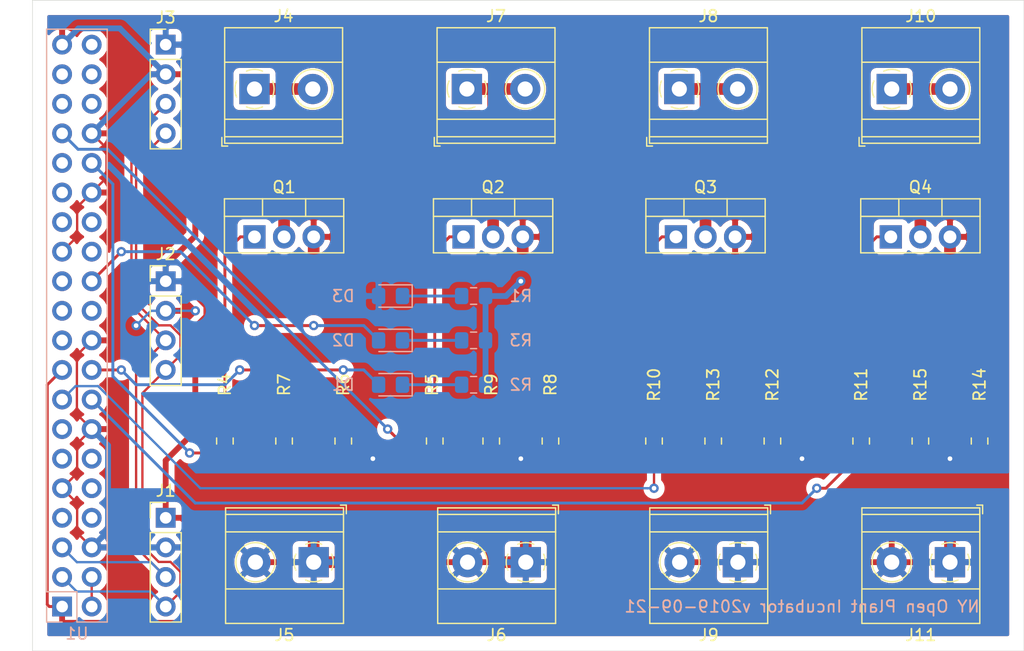
<source format=kicad_pcb>
(kicad_pcb (version 20171130) (host pcbnew 5.1.4+dfsg1-1)
  (layers (0 F.Cu signal) (31 B.Cu signal) (34 B.Paste user) (35 F.Paste user) (36 B.SilkS user) (37 F.SilkS user) (38 B.Mask user) (39 F.Mask user) (44 Edge.Cuts user))
  (net 0 "")
  (net 1 "Net-(D1-Pad2)")
  (net 2 "Net-(D1-Pad1)")
  (net 3 "Net-(D2-Pad2)")
  (net 4 "Net-(D2-Pad1)")
  (net 5 VCC3V3)
  (net 6 "Net-(D3-Pad1)")
  (net 7 GPIO2_I2C1_SDA)
  (net 8 GPIO2_I2C1_SCL)
  (net 9 GND)
  (net 10 "Net-(J4-Pad1)")
  (net 11 "Net-(J7-Pad1)")
  (net 12 "Net-(J8-Pad1)")
  (net 13 "Net-(J10-Pad1)")
  (net 14 "Net-(Q1-Pad1)")
  (net 15 "Net-(Q2-Pad1)")
  (net 16 "Net-(Q3-Pad1)")
  (net 17 "Net-(Q4-Pad1)")
  (net 18 GPIO12_PWM0)
  (net 19 GPIO22)
  (net 20 GPIO23)
  (net 21 GPIO13_PWM1)
  (net 22 VCC5V)
  (module Connector_PinHeader_2.54mm:PinHeader_2x20_P2.54mm_Vertical (layer B.Cu) (at 30.48 124.46)
    (fp_text reference U1 (at 1.27 2.33) (layer B.SilkS) (effects (justify mirror)))
    (fp_text value header_pi_zero_w)
    (pad 40 thru_hole oval (at 2.54 -48.26) (size 1.7 1.7) (drill 1) (layers *.Cu *.Mask))
    (pad 39 thru_hole oval (at 0 -48.26) (size 1.7 1.7) (drill 1) (layers *.Cu *.Mask) (net 9 GND))
    (pad 38 thru_hole oval (at 2.54 -45.72) (size 1.7 1.7) (drill 1) (layers *.Cu *.Mask))
    (pad 37 thru_hole oval (at 0 -45.72) (size 1.7 1.7) (drill 1) (layers *.Cu *.Mask))
    (pad 36 thru_hole oval (at 2.54 -43.18) (size 1.7 1.7) (drill 1) (layers *.Cu *.Mask))
    (pad 35 thru_hole oval (at 0 -43.18) (size 1.7 1.7) (drill 1) (layers *.Cu *.Mask))
    (pad 34 thru_hole oval (at 2.54 -40.64) (size 1.7 1.7) (drill 1) (layers *.Cu *.Mask) (net 9 GND))
    (pad 33 thru_hole oval (at 0 -40.64) (size 1.7 1.7) (drill 1) (layers *.Cu *.Mask) (net 21 GPIO13_PWM1))
    (pad 32 thru_hole oval (at 2.54 -38.1) (size 1.7 1.7) (drill 1) (layers *.Cu *.Mask) (net 18 GPIO12_PWM0))
    (pad 31 thru_hole oval (at 0 -38.1) (size 1.7 1.7) (drill 1) (layers *.Cu *.Mask))
    (pad 30 thru_hole oval (at 2.54 -35.56) (size 1.7 1.7) (drill 1) (layers *.Cu *.Mask) (net 9 GND))
    (pad 29 thru_hole oval (at 0 -35.56) (size 1.7 1.7) (drill 1) (layers *.Cu *.Mask))
    (pad 28 thru_hole oval (at 2.54 -33.02) (size 1.7 1.7) (drill 1) (layers *.Cu *.Mask))
    (pad 27 thru_hole oval (at 0 -33.02) (size 1.7 1.7) (drill 1) (layers *.Cu *.Mask))
    (pad 26 thru_hole oval (at 2.54 -30.48) (size 1.7 1.7) (drill 1) (layers *.Cu *.Mask))
    (pad 25 thru_hole oval (at 0 -30.48) (size 1.7 1.7) (drill 1) (layers *.Cu *.Mask) (net 9 GND))
    (pad 24 thru_hole oval (at 2.54 -27.94) (size 1.7 1.7) (drill 1) (layers *.Cu *.Mask) (net 3 "Net-(D2-Pad2)"))
    (pad 23 thru_hole oval (at 0 -27.94) (size 1.7 1.7) (drill 1) (layers *.Cu *.Mask))
    (pad 22 thru_hole oval (at 2.54 -25.4) (size 1.7 1.7) (drill 1) (layers *.Cu *.Mask))
    (pad 21 thru_hole oval (at 0 -25.4) (size 1.7 1.7) (drill 1) (layers *.Cu *.Mask))
    (pad 20 thru_hole oval (at 2.54 -22.86) (size 1.7 1.7) (drill 1) (layers *.Cu *.Mask) (net 9 GND))
    (pad 19 thru_hole oval (at 0 -22.86) (size 1.7 1.7) (drill 1) (layers *.Cu *.Mask))
    (pad 18 thru_hole oval (at 2.54 -20.32) (size 1.7 1.7) (drill 1) (layers *.Cu *.Mask) (net 1 "Net-(D1-Pad2)"))
    (pad 17 thru_hole oval (at 0 -20.32) (size 1.7 1.7) (drill 1) (layers *.Cu *.Mask) (net 5 VCC3V3))
    (pad 16 thru_hole oval (at 2.54 -17.78) (size 1.7 1.7) (drill 1) (layers *.Cu *.Mask) (net 20 GPIO23))
    (pad 15 thru_hole oval (at 0 -17.78) (size 1.7 1.7) (drill 1) (layers *.Cu *.Mask) (net 19 GPIO22))
    (pad 14 thru_hole oval (at 2.54 -15.24) (size 1.7 1.7) (drill 1) (layers *.Cu *.Mask) (net 9 GND))
    (pad 13 thru_hole oval (at 0 -15.24) (size 1.7 1.7) (drill 1) (layers *.Cu *.Mask))
    (pad 12 thru_hole oval (at 2.54 -12.7) (size 1.7 1.7) (drill 1) (layers *.Cu *.Mask))
    (pad 11 thru_hole oval (at 0 -12.7) (size 1.7 1.7) (drill 1) (layers *.Cu *.Mask))
    (pad 10 thru_hole oval (at 2.54 -10.16) (size 1.7 1.7) (drill 1) (layers *.Cu *.Mask))
    (pad 9 thru_hole oval (at 0 -10.16) (size 1.7 1.7) (drill 1) (layers *.Cu *.Mask) (net 9 GND))
    (pad 8 thru_hole oval (at 2.54 -7.62) (size 1.7 1.7) (drill 1) (layers *.Cu *.Mask))
    (pad 7 thru_hole oval (at 0 -7.62) (size 1.7 1.7) (drill 1) (layers *.Cu *.Mask))
    (pad 6 thru_hole oval (at 2.54 -5.08) (size 1.7 1.7) (drill 1) (layers *.Cu *.Mask) (net 9 GND))
    (pad 5 thru_hole oval (at 0 -5.08) (size 1.7 1.7) (drill 1) (layers *.Cu *.Mask) (net 8 GPIO2_I2C1_SCL))
    (pad 4 thru_hole oval (at 2.54 -2.54) (size 1.7 1.7) (drill 1) (layers *.Cu *.Mask) (net 22 VCC5V))
    (pad 3 thru_hole oval (at 0 -2.54) (size 1.7 1.7) (drill 1) (layers *.Cu *.Mask) (net 7 GPIO2_I2C1_SDA))
    (pad 2 thru_hole oval (at 2.54 0) (size 1.7 1.7) (drill 1) (layers *.Cu *.Mask) (net 22 VCC5V))
    (pad 1 thru_hole rect (at 0 0) (size 1.7 1.7) (drill 1) (layers *.Cu *.Mask) (net 5 VCC3V3))
  )
  (module Resistor_SMD:R_0805_2012Metric_Pad1.15x1.40mm_HandSolder (layer F.Cu) (at 104.14 110.245 270)
    (fp_text reference R15 (at -4.835 0 90) (layer F.SilkS))
    (fp_text value R_Small)
    (pad 2 smd roundrect (at 1.025 0 270) (size 1.15 1.4) (layers F.Cu F.Paste F.Mask) (roundrect_rratio 0.217391) (net 9 GND))
    (pad 1 smd roundrect (at -1.025 0 270) (size 1.15 1.4) (layers F.Cu F.Paste F.Mask) (roundrect_rratio 0.217391) (net 17 "Net-(Q4-Pad1)"))
  )
  (module Resistor_SMD:R_0805_2012Metric_Pad1.15x1.40mm_HandSolder (layer F.Cu) (at 109.22 110.245 90)
    (fp_text reference R14 (at 4.835 0 90) (layer F.SilkS))
    (fp_text value R_Small)
    (pad 2 smd roundrect (at 1.025 0 90) (size 1.15 1.4) (layers F.Cu F.Paste F.Mask) (roundrect_rratio 0.217391) (net 17 "Net-(Q4-Pad1)"))
    (pad 1 smd roundrect (at -1.025 0 90) (size 1.15 1.4) (layers F.Cu F.Paste F.Mask) (roundrect_rratio 0.217391) (net 5 VCC3V3))
  )
  (module Resistor_SMD:R_0805_2012Metric_Pad1.15x1.40mm_HandSolder (layer F.Cu) (at 86.36 110.245 270)
    (fp_text reference R13 (at -4.835 0 90) (layer F.SilkS))
    (fp_text value R_Small)
    (pad 2 smd roundrect (at 1.025 0 270) (size 1.15 1.4) (layers F.Cu F.Paste F.Mask) (roundrect_rratio 0.217391) (net 9 GND))
    (pad 1 smd roundrect (at -1.025 0 270) (size 1.15 1.4) (layers F.Cu F.Paste F.Mask) (roundrect_rratio 0.217391) (net 16 "Net-(Q3-Pad1)"))
  )
  (module Resistor_SMD:R_0805_2012Metric_Pad1.15x1.40mm_HandSolder (layer F.Cu) (at 91.44 110.245 90)
    (fp_text reference R12 (at 4.835 0 90) (layer F.SilkS))
    (fp_text value R_Small)
    (pad 2 smd roundrect (at 1.025 0 90) (size 1.15 1.4) (layers F.Cu F.Paste F.Mask) (roundrect_rratio 0.217391) (net 16 "Net-(Q3-Pad1)"))
    (pad 1 smd roundrect (at -1.025 0 90) (size 1.15 1.4) (layers F.Cu F.Paste F.Mask) (roundrect_rratio 0.217391) (net 5 VCC3V3))
  )
  (module Resistor_SMD:R_0805_2012Metric_Pad1.15x1.40mm_HandSolder (layer F.Cu) (at 99.06 110.245 270)
    (fp_text reference R11 (at -4.835 0 90) (layer F.SilkS))
    (fp_text value R_Small)
    (pad 2 smd roundrect (at 1.025 0 270) (size 1.15 1.4) (layers F.Cu F.Paste F.Mask) (roundrect_rratio 0.217391) (net 20 GPIO23))
    (pad 1 smd roundrect (at -1.025 0 270) (size 1.15 1.4) (layers F.Cu F.Paste F.Mask) (roundrect_rratio 0.217391) (net 17 "Net-(Q4-Pad1)"))
  )
  (module Resistor_SMD:R_0805_2012Metric_Pad1.15x1.40mm_HandSolder (layer F.Cu) (at 81.28 110.245 270)
    (fp_text reference R10 (at -4.835 0 90) (layer F.SilkS))
    (fp_text value R_Small)
    (pad 2 smd roundrect (at 1.025 0 270) (size 1.15 1.4) (layers F.Cu F.Paste F.Mask) (roundrect_rratio 0.217391) (net 19 GPIO22))
    (pad 1 smd roundrect (at -1.025 0 270) (size 1.15 1.4) (layers F.Cu F.Paste F.Mask) (roundrect_rratio 0.217391) (net 16 "Net-(Q3-Pad1)"))
  )
  (module Resistor_SMD:R_0805_2012Metric_Pad1.15x1.40mm_HandSolder (layer F.Cu) (at 67.31 110.245 270)
    (fp_text reference R9 (at -4.835 0 90) (layer F.SilkS))
    (fp_text value R_Small)
    (pad 2 smd roundrect (at 1.025 0 270) (size 1.15 1.4) (layers F.Cu F.Paste F.Mask) (roundrect_rratio 0.217391) (net 9 GND))
    (pad 1 smd roundrect (at -1.025 0 270) (size 1.15 1.4) (layers F.Cu F.Paste F.Mask) (roundrect_rratio 0.217391) (net 15 "Net-(Q2-Pad1)"))
  )
  (module Resistor_SMD:R_0805_2012Metric_Pad1.15x1.40mm_HandSolder (layer F.Cu) (at 72.39 110.245 90)
    (fp_text reference R8 (at 4.835 0 90) (layer F.SilkS))
    (fp_text value R_Small)
    (pad 2 smd roundrect (at 1.025 0 90) (size 1.15 1.4) (layers F.Cu F.Paste F.Mask) (roundrect_rratio 0.217391) (net 15 "Net-(Q2-Pad1)"))
    (pad 1 smd roundrect (at -1.025 0 90) (size 1.15 1.4) (layers F.Cu F.Paste F.Mask) (roundrect_rratio 0.217391) (net 5 VCC3V3))
  )
  (module Resistor_SMD:R_0805_2012Metric_Pad1.15x1.40mm_HandSolder (layer F.Cu) (at 49.53 110.245 270)
    (fp_text reference R7 (at -4.835 0 90) (layer F.SilkS))
    (fp_text value R_Small)
    (pad 2 smd roundrect (at 1.025 0 270) (size 1.15 1.4) (layers F.Cu F.Paste F.Mask) (roundrect_rratio 0.217391) (net 9 GND))
    (pad 1 smd roundrect (at -1.025 0 270) (size 1.15 1.4) (layers F.Cu F.Paste F.Mask) (roundrect_rratio 0.217391) (net 14 "Net-(Q1-Pad1)"))
  )
  (module Resistor_SMD:R_0805_2012Metric_Pad1.15x1.40mm_HandSolder (layer F.Cu) (at 54.61 110.245 90)
    (fp_text reference R6 (at 4.835 0 90) (layer F.SilkS))
    (fp_text value R_Small)
    (pad 2 smd roundrect (at 1.025 0 90) (size 1.15 1.4) (layers F.Cu F.Paste F.Mask) (roundrect_rratio 0.217391) (net 14 "Net-(Q1-Pad1)"))
    (pad 1 smd roundrect (at -1.025 0 90) (size 1.15 1.4) (layers F.Cu F.Paste F.Mask) (roundrect_rratio 0.217391) (net 5 VCC3V3))
  )
  (module Resistor_SMD:R_0805_2012Metric_Pad1.15x1.40mm_HandSolder (layer F.Cu) (at 62.460908 110.245 270)
    (fp_text reference R5 (at -4.835 0.230908 90) (layer F.SilkS))
    (fp_text value R_Small)
    (pad 2 smd roundrect (at 1.025 0 270) (size 1.15 1.4) (layers F.Cu F.Paste F.Mask) (roundrect_rratio 0.217391) (net 21 GPIO13_PWM1))
    (pad 1 smd roundrect (at -1.025 0 270) (size 1.15 1.4) (layers F.Cu F.Paste F.Mask) (roundrect_rratio 0.217391) (net 15 "Net-(Q2-Pad1)"))
  )
  (module Resistor_SMD:R_0805_2012Metric_Pad1.15x1.40mm_HandSolder (layer F.Cu) (at 44.45 110.245 270)
    (fp_text reference R4 (at -4.835 0 90) (layer F.SilkS))
    (fp_text value R_Small)
    (pad 2 smd roundrect (at 1.025 0 270) (size 1.15 1.4) (layers F.Cu F.Paste F.Mask) (roundrect_rratio 0.217391) (net 18 GPIO12_PWM0))
    (pad 1 smd roundrect (at -1.025 0 270) (size 1.15 1.4) (layers F.Cu F.Paste F.Mask) (roundrect_rratio 0.217391) (net 14 "Net-(Q1-Pad1)"))
  )
  (module Resistor_SMD:R_0805_2012Metric_Pad1.15x1.40mm_HandSolder (layer B.Cu) (at 65.795 101.6 180)
    (fp_text reference R3 (at -4.055 0) (layer B.SilkS) (effects (justify mirror)))
    (fp_text value R_Small)
    (pad 2 smd roundrect (at 1.025 0 180) (size 1.15 1.4) (layers B.Cu B.Paste B.Mask) (roundrect_rratio 0.217391) (net 4 "Net-(D2-Pad1)"))
    (pad 1 smd roundrect (at -1.025 0 180) (size 1.15 1.4) (layers B.Cu B.Paste B.Mask) (roundrect_rratio 0.217391) (net 9 GND))
  )
  (module Resistor_SMD:R_0805_2012Metric_Pad1.15x1.40mm_HandSolder (layer B.Cu) (at 65.795 105.41 180)
    (fp_text reference R2 (at -4.055 0) (layer B.SilkS) (effects (justify mirror)))
    (fp_text value R_Small)
    (pad 2 smd roundrect (at 1.025 0 180) (size 1.15 1.4) (layers B.Cu B.Paste B.Mask) (roundrect_rratio 0.217391) (net 2 "Net-(D1-Pad1)"))
    (pad 1 smd roundrect (at -1.025 0 180) (size 1.15 1.4) (layers B.Cu B.Paste B.Mask) (roundrect_rratio 0.217391) (net 9 GND))
  )
  (module Resistor_SMD:R_0805_2012Metric_Pad1.15x1.40mm_HandSolder (layer B.Cu) (at 65.795 97.79 180)
    (fp_text reference R1 (at -4.055 0) (layer B.SilkS) (effects (justify mirror)))
    (fp_text value R_Small)
    (pad 2 smd roundrect (at 1.025 0 180) (size 1.15 1.4) (layers B.Cu B.Paste B.Mask) (roundrect_rratio 0.217391) (net 6 "Net-(D3-Pad1)"))
    (pad 1 smd roundrect (at -1.025 0 180) (size 1.15 1.4) (layers B.Cu B.Paste B.Mask) (roundrect_rratio 0.217391) (net 9 GND))
  )
  (module Package_TO_SOT_THT:TO-220-3_Vertical (layer F.Cu) (at 101.6 92.71)
    (fp_text reference Q4 (at 2.54 -4.27) (layer F.SilkS))
    (fp_text value Q_NMOS_GDS)
    (pad 3 thru_hole oval (at 5.08 0) (size 1.905 2) (drill 1.1) (layers *.Cu *.Mask) (net 9 GND))
    (pad 2 thru_hole oval (at 2.54 0) (size 1.905 2) (drill 1.1) (layers *.Cu *.Mask) (net 13 "Net-(J10-Pad1)"))
    (pad 1 thru_hole rect (at 0 0) (size 1.905 2) (drill 1.1) (layers *.Cu *.Mask) (net 17 "Net-(Q4-Pad1)"))
  )
  (module Package_TO_SOT_THT:TO-220-3_Vertical (layer F.Cu) (at 83.16 92.71)
    (fp_text reference Q3 (at 2.54 -4.27) (layer F.SilkS))
    (fp_text value Q_NMOS_GDS)
    (pad 3 thru_hole oval (at 5.08 0) (size 1.905 2) (drill 1.1) (layers *.Cu *.Mask) (net 9 GND))
    (pad 2 thru_hole oval (at 2.54 0) (size 1.905 2) (drill 1.1) (layers *.Cu *.Mask) (net 12 "Net-(J8-Pad1)"))
    (pad 1 thru_hole rect (at 0 0) (size 1.905 2) (drill 1.1) (layers *.Cu *.Mask) (net 16 "Net-(Q3-Pad1)"))
  )
  (module Package_TO_SOT_THT:TO-220-3_Vertical (layer F.Cu) (at 64.93 92.71)
    (fp_text reference Q2 (at 2.54 -4.27) (layer F.SilkS))
    (fp_text value Q_NMOS_GDS)
    (pad 3 thru_hole oval (at 5.08 0) (size 1.905 2) (drill 1.1) (layers *.Cu *.Mask) (net 9 GND))
    (pad 2 thru_hole oval (at 2.54 0) (size 1.905 2) (drill 1.1) (layers *.Cu *.Mask) (net 11 "Net-(J7-Pad1)"))
    (pad 1 thru_hole rect (at 0 0) (size 1.905 2) (drill 1.1) (layers *.Cu *.Mask) (net 15 "Net-(Q2-Pad1)"))
  )
  (module Package_TO_SOT_THT:TO-220-3_Vertical (layer F.Cu) (at 46.99 92.71)
    (fp_text reference Q1 (at 2.54 -4.27) (layer F.SilkS))
    (fp_text value Q_NMOS_GDS)
    (pad 3 thru_hole oval (at 5.08 0) (size 1.905 2) (drill 1.1) (layers *.Cu *.Mask) (net 9 GND))
    (pad 2 thru_hole oval (at 2.54 0) (size 1.905 2) (drill 1.1) (layers *.Cu *.Mask) (net 10 "Net-(J4-Pad1)"))
    (pad 1 thru_hole rect (at 0 0) (size 1.905 2) (drill 1.1) (layers *.Cu *.Mask) (net 14 "Net-(Q1-Pad1)"))
  )
  (module TerminalBlock_Phoenix:TerminalBlock_Phoenix_MKDS-1,5-2_1x02_P5.00mm_Horizontal (layer F.Cu) (at 106.68 120.65 180)
    (fp_text reference J11 (at 2.5 -6.26) (layer F.SilkS))
    (fp_text value Conn_01x02)
    (pad 2 thru_hole circle (at 5 0 180) (size 2.6 2.6) (drill 1.3) (layers *.Cu *.Mask) (net 9 GND))
    (pad 1 thru_hole rect (at 0 0 180) (size 2.6 2.6) (drill 1.3) (layers *.Cu *.Mask) (net 9 GND))
  )
  (module TerminalBlock_Phoenix:TerminalBlock_Phoenix_MKDS-1,5-2_1x02_P5.00mm_Horizontal (layer F.Cu) (at 101.68 80.01)
    (fp_text reference J10 (at 2.5 -6.26) (layer F.SilkS))
    (fp_text value Conn_01x02)
    (pad 2 thru_hole circle (at 5 0) (size 2.6 2.6) (drill 1.3) (layers *.Cu *.Mask) (net 13 "Net-(J10-Pad1)"))
    (pad 1 thru_hole rect (at 0 0) (size 2.6 2.6) (drill 1.3) (layers *.Cu *.Mask) (net 13 "Net-(J10-Pad1)"))
  )
  (module TerminalBlock_Phoenix:TerminalBlock_Phoenix_MKDS-1,5-2_1x02_P5.00mm_Horizontal (layer F.Cu) (at 88.476666 120.65 180)
    (fp_text reference J9 (at 2.5 -6.26) (layer F.SilkS))
    (fp_text value Conn_01x02)
    (pad 2 thru_hole circle (at 5 0 180) (size 2.6 2.6) (drill 1.3) (layers *.Cu *.Mask) (net 9 GND))
    (pad 1 thru_hole rect (at 0 0 180) (size 2.6 2.6) (drill 1.3) (layers *.Cu *.Mask) (net 9 GND))
  )
  (module TerminalBlock_Phoenix:TerminalBlock_Phoenix_MKDS-1,5-2_1x02_P5.00mm_Horizontal (layer F.Cu) (at 83.45 80.01)
    (fp_text reference J8 (at 2.5 -6.26) (layer F.SilkS))
    (fp_text value Conn_01x02)
    (pad 2 thru_hole circle (at 5 0) (size 2.6 2.6) (drill 1.3) (layers *.Cu *.Mask) (net 12 "Net-(J8-Pad1)"))
    (pad 1 thru_hole rect (at 0 0) (size 2.6 2.6) (drill 1.3) (layers *.Cu *.Mask) (net 12 "Net-(J8-Pad1)"))
  )
  (module TerminalBlock_Phoenix:TerminalBlock_Phoenix_MKDS-1,5-2_1x02_P5.00mm_Horizontal (layer F.Cu) (at 65.22 80.01)
    (fp_text reference J7 (at 2.5 -6.26) (layer F.SilkS))
    (fp_text value Conn_01x02)
    (pad 2 thru_hole circle (at 5 0) (size 2.6 2.6) (drill 1.3) (layers *.Cu *.Mask) (net 11 "Net-(J7-Pad1)"))
    (pad 1 thru_hole rect (at 0 0) (size 2.6 2.6) (drill 1.3) (layers *.Cu *.Mask) (net 11 "Net-(J7-Pad1)"))
  )
  (module TerminalBlock_Phoenix:TerminalBlock_Phoenix_MKDS-1,5-2_1x02_P5.00mm_Horizontal (layer F.Cu) (at 70.273333 120.65 180)
    (fp_text reference J6 (at 2.5 -6.26) (layer F.SilkS))
    (fp_text value Conn_01x02)
    (pad 2 thru_hole circle (at 5 0 180) (size 2.6 2.6) (drill 1.3) (layers *.Cu *.Mask) (net 9 GND))
    (pad 1 thru_hole rect (at 0 0 180) (size 2.6 2.6) (drill 1.3) (layers *.Cu *.Mask) (net 9 GND))
  )
  (module TerminalBlock_Phoenix:TerminalBlock_Phoenix_MKDS-1,5-2_1x02_P5.00mm_Horizontal (layer F.Cu) (at 52.07 120.65 180)
    (fp_text reference J5 (at 2.5 -6.26) (layer F.SilkS))
    (fp_text value Conn_01x02)
    (pad 2 thru_hole circle (at 5 0 180) (size 2.6 2.6) (drill 1.3) (layers *.Cu *.Mask) (net 9 GND))
    (pad 1 thru_hole rect (at 0 0 180) (size 2.6 2.6) (drill 1.3) (layers *.Cu *.Mask) (net 9 GND))
  )
  (module TerminalBlock_Phoenix:TerminalBlock_Phoenix_MKDS-1,5-2_1x02_P5.00mm_Horizontal (layer F.Cu) (at 46.99 80.01)
    (fp_text reference J4 (at 2.5 -6.26) (layer F.SilkS))
    (fp_text value Conn_01x02)
    (pad 2 thru_hole circle (at 5 0) (size 2.6 2.6) (drill 1.3) (layers *.Cu *.Mask) (net 10 "Net-(J4-Pad1)"))
    (pad 1 thru_hole rect (at 0 0) (size 2.6 2.6) (drill 1.3) (layers *.Cu *.Mask) (net 10 "Net-(J4-Pad1)"))
  )
  (module Connector_PinHeader_2.54mm:PinHeader_1x04_P2.54mm_Vertical (layer F.Cu) (at 39.37 76.2)
    (fp_text reference J3 (at 0 -2.33) (layer F.SilkS))
    (fp_text value Conn_01x04)
    (pad 4 thru_hole oval (at 0 7.62) (size 1.7 1.7) (drill 1) (layers *.Cu *.Mask) (net 7 GPIO2_I2C1_SDA))
    (pad 3 thru_hole oval (at 0 5.08) (size 1.7 1.7) (drill 1) (layers *.Cu *.Mask) (net 8 GPIO2_I2C1_SCL))
    (pad 2 thru_hole oval (at 0 2.54) (size 1.7 1.7) (drill 1) (layers *.Cu *.Mask) (net 9 GND))
    (pad 1 thru_hole rect (at 0 0) (size 1.7 1.7) (drill 1) (layers *.Cu *.Mask) (net 5 VCC3V3))
  )
  (module Connector_PinHeader_2.54mm:PinHeader_1x04_P2.54mm_Vertical (layer F.Cu) (at 39.37 96.52)
    (fp_text reference J2 (at 0 -2.33) (layer F.SilkS))
    (fp_text value Conn_01x04)
    (pad 4 thru_hole oval (at 0 7.62) (size 1.7 1.7) (drill 1) (layers *.Cu *.Mask) (net 7 GPIO2_I2C1_SDA))
    (pad 3 thru_hole oval (at 0 5.08) (size 1.7 1.7) (drill 1) (layers *.Cu *.Mask) (net 8 GPIO2_I2C1_SCL))
    (pad 2 thru_hole oval (at 0 2.54) (size 1.7 1.7) (drill 1) (layers *.Cu *.Mask) (net 9 GND))
    (pad 1 thru_hole rect (at 0 0) (size 1.7 1.7) (drill 1) (layers *.Cu *.Mask) (net 5 VCC3V3))
  )
  (module Connector_PinHeader_2.54mm:PinHeader_1x04_P2.54mm_Vertical (layer F.Cu) (at 39.37 116.84)
    (fp_text reference J1 (at 0 -2.33) (layer F.SilkS))
    (fp_text value Conn_01x04)
    (pad 4 thru_hole oval (at 0 7.62) (size 1.7 1.7) (drill 1) (layers *.Cu *.Mask) (net 7 GPIO2_I2C1_SDA))
    (pad 3 thru_hole oval (at 0 5.08) (size 1.7 1.7) (drill 1) (layers *.Cu *.Mask) (net 8 GPIO2_I2C1_SCL))
    (pad 2 thru_hole oval (at 0 2.54) (size 1.7 1.7) (drill 1) (layers *.Cu *.Mask) (net 9 GND))
    (pad 1 thru_hole rect (at 0 0) (size 1.7 1.7) (drill 1) (layers *.Cu *.Mask) (net 5 VCC3V3))
  )
  (module Diode_SMD:D_0805_2012Metric_Pad1.15x1.40mm_HandSolder (layer B.Cu) (at 58.665 97.79 180)
    (fp_text reference D3 (at 4.055 0) (layer B.SilkS) (effects (justify mirror)))
    (fp_text value LED)
    (pad 2 smd roundrect (at 1.025 0 180) (size 1.15 1.4) (layers B.Cu B.Paste B.Mask) (roundrect_rratio 0.217391) (net 5 VCC3V3))
    (pad 1 smd roundrect (at -1.025 0 180) (size 1.15 1.4) (layers B.Cu B.Paste B.Mask) (roundrect_rratio 0.217391) (net 6 "Net-(D3-Pad1)"))
  )
  (module Diode_SMD:D_0805_2012Metric_Pad1.15x1.40mm_HandSolder (layer B.Cu) (at 58.665 101.6 180)
    (fp_text reference D2 (at 4.055 0) (layer B.SilkS) (effects (justify mirror)))
    (fp_text value LED)
    (pad 2 smd roundrect (at 1.025 0 180) (size 1.15 1.4) (layers B.Cu B.Paste B.Mask) (roundrect_rratio 0.217391) (net 3 "Net-(D2-Pad2)"))
    (pad 1 smd roundrect (at -1.025 0 180) (size 1.15 1.4) (layers B.Cu B.Paste B.Mask) (roundrect_rratio 0.217391) (net 4 "Net-(D2-Pad1)"))
  )
  (module Diode_SMD:D_0805_2012Metric_Pad1.15x1.40mm_HandSolder (layer B.Cu) (at 58.665 105.41 180)
    (fp_text reference D1 (at 4.055 0) (layer B.SilkS) (effects (justify mirror)))
    (fp_text value LED)
    (pad 2 smd roundrect (at 1.025 0 180) (size 1.15 1.4) (layers B.Cu B.Paste B.Mask) (roundrect_rratio 0.217391) (net 1 "Net-(D1-Pad2)"))
    (pad 1 smd roundrect (at -1.025 0 180) (size 1.15 1.4) (layers B.Cu B.Paste B.Mask) (roundrect_rratio 0.217391) (net 2 "Net-(D1-Pad1)"))
  )
  (gr_text "NY Open Plant Incubator v2019-09-21" (at 93.98 124.46) (layer B.SilkS) (effects (font (size 1 1)) (justify mirror)))
  (gr_line (start 27.94 128.27) (end 27.94 72.39) (layer Edge.Cuts) (width 0.05))
  (gr_line (start 113.03 128.27) (end 27.94 128.27) (layer Edge.Cuts) (width 0.05))
  (gr_line (start 113.03 72.39) (end 113.03 128.27) (layer Edge.Cuts) (width 0.05))
  (gr_line (start 27.94 72.39) (end 113.03 72.39) (layer Edge.Cuts) (width 0.05))
  (segment (start 33.02 104.14) (end 35.56 104.14) (width 0.25) (layer F.Cu) (net 1))
  (via (at 35.56 104.14) (size 0.8) (drill 0.4) (layers F.Cu B.Cu) (net 1))
  (via (at 54.61 104.140004) (size 0.8) (drill 0.4) (layers F.Cu B.Cu) (net 1))
  (segment (start 55.175685 104.140004) (end 54.61 104.140004) (width 0.25) (layer B.Cu) (net 1))
  (segment (start 56.370004 104.140004) (end 55.175685 104.140004) (width 0.25) (layer B.Cu) (net 1))
  (segment (start 57.64 105.41) (end 56.370004 104.140004) (width 0.25) (layer B.Cu) (net 1))
  (segment (start 44.450014 105.409986) (end 45.320001 104.539999) (width 0.25) (layer B.Cu) (net 1))
  (segment (start 36.829986 105.409986) (end 44.450014 105.409986) (width 0.25) (layer B.Cu) (net 1))
  (segment (start 45.720004 104.140004) (end 45.72 104.14) (width 0.25) (layer F.Cu) (net 1))
  (segment (start 54.61 104.140004) (end 45.720004 104.140004) (width 0.25) (layer F.Cu) (net 1))
  (segment (start 45.320001 104.539999) (end 45.72 104.14) (width 0.25) (layer B.Cu) (net 1))
  (segment (start 35.56 104.14) (end 36.829986 105.409986) (width 0.25) (layer B.Cu) (net 1))
  (via (at 45.72 104.14) (size 0.8) (drill 0.4) (layers F.Cu B.Cu) (net 1))
  (segment (start 59.69 105.41) (end 64.77 105.41) (width 0.25) (layer B.Cu) (net 2))
  (via (at 46.99 100.33) (size 0.8) (drill 0.4) (layers F.Cu B.Cu) (net 3))
  (segment (start 47.555685 100.33) (end 52.07 100.33) (width 0.25) (layer F.Cu) (net 3))
  (segment (start 46.99 100.33) (end 47.555685 100.33) (width 0.25) (layer F.Cu) (net 3))
  (segment (start 56.37 100.33) (end 52.635685 100.33) (width 0.25) (layer B.Cu) (net 3))
  (segment (start 57.64 101.6) (end 56.37 100.33) (width 0.25) (layer B.Cu) (net 3))
  (segment (start 52.635685 100.33) (end 52.07 100.33) (width 0.25) (layer B.Cu) (net 3))
  (via (at 52.07 100.33) (size 0.8) (drill 0.4) (layers F.Cu B.Cu) (net 3))
  (via (at 35.559992 93.98) (size 0.8) (drill 0.4) (layers F.Cu B.Cu) (net 3))
  (segment (start 40.64 93.98) (end 36.125677 93.98) (width 0.25) (layer B.Cu) (net 3))
  (segment (start 36.125677 93.98) (end 35.559992 93.98) (width 0.25) (layer B.Cu) (net 3))
  (segment (start 46.99 100.33) (end 40.64 93.98) (width 0.25) (layer B.Cu) (net 3))
  (segment (start 35.559992 93.980008) (end 35.559992 93.98) (width 0.25) (layer F.Cu) (net 3))
  (segment (start 33.02 96.52) (end 35.559992 93.980008) (width 0.25) (layer F.Cu) (net 3))
  (segment (start 64.77 101.6) (end 59.69 101.6) (width 0.25) (layer B.Cu) (net 4))
  (segment (start 57.64 96.10763) (end 57.15 95.61763) (width 0.5) (layer B.Cu) (net 5))
  (segment (start 57.64 97.79) (end 57.64 96.10763) (width 0.5) (layer B.Cu) (net 5))
  (segment (start 57.15 95.61763) (end 57.15 77.47) (width 0.5) (layer B.Cu) (net 5))
  (segment (start 55.88 76.2) (end 39.37 76.2) (width 0.5) (layer B.Cu) (net 5))
  (segment (start 57.15 77.47) (end 55.88 76.2) (width 0.5) (layer B.Cu) (net 5))
  (segment (start 40.72 76.2) (end 41.91 77.39) (width 0.5) (layer F.Cu) (net 5))
  (segment (start 39.37 76.2) (end 40.72 76.2) (width 0.5) (layer F.Cu) (net 5))
  (segment (start 39.37 95.17) (end 39.37 96.52) (width 0.5) (layer F.Cu) (net 5))
  (segment (start 41.91 92.63) (end 39.37 95.17) (width 0.5) (layer F.Cu) (net 5))
  (segment (start 41.91 77.39) (end 41.91 92.63) (width 0.5) (layer F.Cu) (net 5))
  (segment (start 29.630001 104.989999) (end 30.48 104.14) (width 0.25) (layer F.Cu) (net 5))
  (segment (start 29.204999 105.415001) (end 29.630001 104.989999) (width 0.25) (layer F.Cu) (net 5))
  (segment (start 29.204999 124.284999) (end 29.204999 105.415001) (width 0.25) (layer F.Cu) (net 5))
  (segment (start 29.38 124.46) (end 29.204999 124.284999) (width 0.25) (layer F.Cu) (net 5))
  (segment (start 30.48 124.46) (end 29.38 124.46) (width 0.25) (layer F.Cu) (net 5))
  (segment (start 40.72 96.52) (end 42.860001 98.660001) (width 0.5) (layer F.Cu) (net 5))
  (segment (start 39.37 96.52) (end 40.72 96.52) (width 0.5) (layer F.Cu) (net 5))
  (segment (start 42.860001 98.660001) (end 42.860001 99.516001) (width 0.5) (layer F.Cu) (net 5))
  (segment (start 42.860001 99.516001) (end 41.91 100.466002) (width 0.5) (layer F.Cu) (net 5))
  (segment (start 39.37 115.49) (end 39.37 116.84) (width 0.5) (layer F.Cu) (net 5))
  (segment (start 39.37 111.914002) (end 39.37 115.49) (width 0.5) (layer F.Cu) (net 5))
  (segment (start 41.91 109.374002) (end 39.37 111.914002) (width 0.5) (layer F.Cu) (net 5))
  (segment (start 41.91 100.466002) (end 41.91 109.374002) (width 0.5) (layer F.Cu) (net 5))
  (segment (start 30.530001 125.860001) (end 41.779999 125.860001) (width 0.5) (layer F.Cu) (net 5))
  (segment (start 30.48 124.46) (end 30.48 125.81) (width 0.5) (layer F.Cu) (net 5))
  (segment (start 30.48 125.81) (end 30.530001 125.860001) (width 0.5) (layer F.Cu) (net 5))
  (segment (start 41.779999 117.899999) (end 40.72 116.84) (width 0.5) (layer F.Cu) (net 5))
  (segment (start 40.72 116.84) (end 39.37 116.84) (width 0.5) (layer F.Cu) (net 5))
  (segment (start 41.779999 125.860001) (end 41.779999 117.899999) (width 0.5) (layer F.Cu) (net 5))
  (segment (start 91.44 111.27) (end 93.49 111.27) (width 0.5) (layer F.Cu) (net 5))
  (via (at 93.98 111.76) (size 0.8) (drill 0.4) (layers F.Cu B.Cu) (net 5))
  (segment (start 93.49 111.27) (end 93.580001 111.360001) (width 0.5) (layer F.Cu) (net 5))
  (segment (start 93.580001 111.360001) (end 93.98 111.76) (width 0.5) (layer F.Cu) (net 5))
  (segment (start 93.98 111.76) (end 106.67999 111.76) (width 0.5) (layer B.Cu) (net 5))
  (segment (start 106.67999 111.76) (end 106.68 111.76001) (width 0.5) (layer B.Cu) (net 5))
  (via (at 106.68 111.76001) (size 0.8) (drill 0.4) (layers F.Cu B.Cu) (net 5))
  (segment (start 109.22 111.27) (end 107.17001 111.27) (width 0.5) (layer F.Cu) (net 5))
  (segment (start 107.079999 111.360011) (end 106.68 111.76001) (width 0.5) (layer F.Cu) (net 5))
  (segment (start 107.17001 111.27) (end 107.079999 111.360011) (width 0.5) (layer F.Cu) (net 5))
  (segment (start 70.249999 112.159977) (end 69.85 111.759978) (width 0.5) (layer B.Cu) (net 5))
  (segment (start 39.37 76.2) (end 73.66 76.2) (width 0.5) (layer B.Cu) (net 5))
  (segment (start 74.93 77.47) (end 74.93 107.950002) (width 0.5) (layer B.Cu) (net 5))
  (via (at 69.85 111.759978) (size 0.8) (drill 0.4) (layers F.Cu B.Cu) (net 5))
  (segment (start 70.249999 111.359979) (end 69.85 111.759978) (width 0.5) (layer F.Cu) (net 5))
  (segment (start 72.39 111.27) (end 70.339978 111.27) (width 0.5) (layer F.Cu) (net 5))
  (segment (start 70.339978 111.27) (end 70.249999 111.359979) (width 0.5) (layer F.Cu) (net 5))
  (segment (start 70.249999 112.630003) (end 70.249999 112.159977) (width 0.5) (layer B.Cu) (net 5))
  (segment (start 73.66 76.2) (end 74.93 77.47) (width 0.5) (layer B.Cu) (net 5))
  (segment (start 74.93 107.950002) (end 70.249999 112.630003) (width 0.5) (layer B.Cu) (net 5))
  (segment (start 70.249999 111.995002) (end 70.249999 112.630003) (width 0.5) (layer B.Cu) (net 5))
  (segment (start 93.98 111.76) (end 70.485001 111.76) (width 0.5) (layer B.Cu) (net 5))
  (segment (start 70.485001 111.76) (end 70.249999 111.995002) (width 0.5) (layer B.Cu) (net 5))
  (segment (start 57.150022 111.759978) (end 57.15 111.76) (width 0.5) (layer B.Cu) (net 5))
  (segment (start 69.85 111.759978) (end 57.150022 111.759978) (width 0.5) (layer B.Cu) (net 5))
  (segment (start 56.750001 111.360001) (end 57.15 111.76) (width 0.5) (layer F.Cu) (net 5))
  (segment (start 56.66 111.27) (end 56.750001 111.360001) (width 0.5) (layer F.Cu) (net 5))
  (via (at 57.15 111.76) (size 0.8) (drill 0.4) (layers F.Cu B.Cu) (net 5))
  (segment (start 54.61 111.27) (end 56.66 111.27) (width 0.5) (layer F.Cu) (net 5))
  (segment (start 59.69 97.79) (end 64.77 97.79) (width 0.25) (layer B.Cu) (net 6))
  (segment (start 31.329999 122.769999) (end 30.48 121.92) (width 0.2) (layer B.Cu) (net 7))
  (segment (start 31.730001 123.170001) (end 31.329999 122.769999) (width 0.2) (layer B.Cu) (net 7))
  (segment (start 38.080001 123.170001) (end 31.730001 123.170001) (width 0.2) (layer B.Cu) (net 7))
  (segment (start 39.37 124.46) (end 38.080001 123.170001) (width 0.2) (layer B.Cu) (net 7))
  (segment (start 39.37 124.46) (end 40.64 123.19) (width 0.2) (layer F.Cu) (net 7))
  (segment (start 38.520001 104.989999) (end 39.37 104.14) (width 0.2) (layer F.Cu) (net 7))
  (segment (start 37.36999 119.229992) (end 37.36999 106.14001) (width 0.2) (layer F.Cu) (net 7))
  (segment (start 38.769999 120.630001) (end 37.36999 119.229992) (width 0.2) (layer F.Cu) (net 7))
  (segment (start 37.36999 106.14001) (end 38.520001 104.989999) (width 0.2) (layer F.Cu) (net 7))
  (segment (start 39.782003 120.630001) (end 38.769999 120.630001) (width 0.2) (layer F.Cu) (net 7))
  (segment (start 40.64 121.487998) (end 39.782003 120.630001) (width 0.2) (layer F.Cu) (net 7))
  (segment (start 40.64 123.19) (end 40.64 121.487998) (width 0.2) (layer F.Cu) (net 7))
  (segment (start 36.83 86.36) (end 39.37 83.82) (width 0.2) (layer F.Cu) (net 7))
  (segment (start 36.83 98.370002) (end 36.83 86.36) (width 0.2) (layer F.Cu) (net 7))
  (segment (start 40.64 102.87) (end 40.64 101.167998) (width 0.2) (layer F.Cu) (net 7))
  (segment (start 39.37 104.14) (end 40.64 102.87) (width 0.2) (layer F.Cu) (net 7))
  (segment (start 40.64 101.167998) (end 39.782003 100.310001) (width 0.2) (layer F.Cu) (net 7))
  (segment (start 38.769999 100.310001) (end 36.83 98.370002) (width 0.2) (layer F.Cu) (net 7))
  (segment (start 39.782003 100.310001) (end 38.769999 100.310001) (width 0.2) (layer F.Cu) (net 7))
  (segment (start 31.75 120.65) (end 31.329999 120.229999) (width 0.2) (layer B.Cu) (net 8))
  (segment (start 38.1 120.65) (end 31.75 120.65) (width 0.2) (layer B.Cu) (net 8))
  (segment (start 31.329999 120.229999) (end 30.48 119.38) (width 0.2) (layer B.Cu) (net 8))
  (segment (start 39.37 121.92) (end 38.1 120.65) (width 0.2) (layer B.Cu) (net 8))
  (segment (start 38.520001 102.449999) (end 39.37 101.6) (width 0.2) (layer F.Cu) (net 8))
  (segment (start 36.83 104.14) (end 38.520001 102.449999) (width 0.2) (layer F.Cu) (net 8))
  (segment (start 36.83 119.38) (end 36.83 104.14) (width 0.2) (layer F.Cu) (net 8))
  (segment (start 39.37 121.92) (end 36.83 119.38) (width 0.2) (layer F.Cu) (net 8))
  (segment (start 36.429989 84.220011) (end 38.520001 82.129999) (width 0.2) (layer F.Cu) (net 8))
  (segment (start 38.520001 82.129999) (end 39.37 81.28) (width 0.2) (layer F.Cu) (net 8))
  (segment (start 39.37 101.6) (end 36.429989 98.659989) (width 0.2) (layer F.Cu) (net 8))
  (segment (start 36.429989 98.659989) (end 36.429989 84.220011) (width 0.2) (layer F.Cu) (net 8))
  (segment (start 38.1 78.74) (end 33.02 83.82) (width 0.5) (layer B.Cu) (net 9))
  (segment (start 39.37 78.74) (end 38.1 78.74) (width 0.5) (layer B.Cu) (net 9))
  (segment (start 38.520001 77.890001) (end 39.37 78.74) (width 0.5) (layer B.Cu) (net 9))
  (segment (start 35.429999 74.799999) (end 38.520001 77.890001) (width 0.5) (layer B.Cu) (net 9))
  (segment (start 31.880001 74.799999) (end 35.429999 74.799999) (width 0.5) (layer B.Cu) (net 9))
  (segment (start 30.48 76.2) (end 31.880001 74.799999) (width 0.5) (layer B.Cu) (net 9))
  (segment (start 33.02 119.38) (end 39.37 119.38) (width 0.5) (layer B.Cu) (net 9))
  (segment (start 47.07 120.65) (end 52.07 120.65) (width 0.5) (layer F.Cu) (net 9))
  (segment (start 52.07 120.65) (end 65.273333 120.65) (width 0.5) (layer F.Cu) (net 9))
  (segment (start 65.273333 120.65) (end 70.273333 120.65) (width 0.5) (layer F.Cu) (net 9))
  (segment (start 88.476666 120.65) (end 101.68 120.65) (width 0.5) (layer F.Cu) (net 9))
  (segment (start 101.68 120.65) (end 106.68 120.65) (width 0.5) (layer F.Cu) (net 9))
  (segment (start 101.68 113.73) (end 104.14 111.27) (width 0.5) (layer F.Cu) (net 9))
  (segment (start 101.68 120.65) (end 101.68 113.73) (width 0.5) (layer F.Cu) (net 9))
  (segment (start 83.476666 120.65) (end 88.476666 120.65) (width 0.5) (layer F.Cu) (net 9))
  (segment (start 86.36 111.945) (end 86.36 111.27) (width 0.5) (layer F.Cu) (net 9))
  (segment (start 86.36 117.766666) (end 86.36 111.945) (width 0.5) (layer F.Cu) (net 9))
  (segment (start 83.476666 120.65) (end 86.36 117.766666) (width 0.5) (layer F.Cu) (net 9))
  (segment (start 70.273333 118.35) (end 76.2 112.423333) (width 1) (layer F.Cu) (net 9))
  (segment (start 70.273333 120.65) (end 70.273333 118.35) (width 1) (layer F.Cu) (net 9))
  (segment (start 70.01 94.71) (end 70.01 92.71) (width 1) (layer F.Cu) (net 9))
  (segment (start 76.2 100.9) (end 70.01 94.71) (width 1) (layer F.Cu) (net 9))
  (segment (start 76.2 112.423333) (end 76.2 100.9) (width 1) (layer F.Cu) (net 9))
  (segment (start 67.31 119.986667) (end 67.973333 120.65) (width 1) (layer F.Cu) (net 9))
  (segment (start 67.973333 120.65) (end 70.273333 120.65) (width 1) (layer F.Cu) (net 9))
  (segment (start 67.31 111.27) (end 67.31 119.986667) (width 1) (layer F.Cu) (net 9))
  (segment (start 52.07 113.81) (end 52.07 120.65) (width 1) (layer F.Cu) (net 9))
  (segment (start 49.53 111.27) (end 52.07 113.81) (width 1) (layer F.Cu) (net 9))
  (via (at 36.83 100.33) (size 0.8) (drill 0.4) (layers F.Cu B.Cu) (net 9))
  (segment (start 33.02 101.6) (end 35.56 101.6) (width 0.2) (layer F.Cu) (net 9))
  (segment (start 35.56 101.6) (end 36.83 100.33) (width 0.2) (layer F.Cu) (net 9))
  (segment (start 41.344315 99.06) (end 41.91 99.06) (width 0.2) (layer B.Cu) (net 9))
  (segment (start 36.83 100.33) (end 38.1 99.06) (width 0.2) (layer B.Cu) (net 9))
  (via (at 41.91 99.06) (size 0.8) (drill 0.4) (layers F.Cu B.Cu) (net 9))
  (segment (start 39.37 99.06) (end 41.91 99.06) (width 0.2) (layer F.Cu) (net 9))
  (segment (start 38.1 99.06) (end 41.344315 99.06) (width 0.2) (layer B.Cu) (net 9))
  (segment (start 31.329999 113.450001) (end 30.48 114.3) (width 0.2) (layer F.Cu) (net 9))
  (segment (start 31.769999 113.010001) (end 31.329999 113.450001) (width 0.2) (layer F.Cu) (net 9))
  (segment (start 31.769999 110.470001) (end 31.769999 113.010001) (width 0.2) (layer F.Cu) (net 9))
  (segment (start 33.02 109.22) (end 31.769999 110.470001) (width 0.2) (layer F.Cu) (net 9))
  (segment (start 32.170001 118.530001) (end 33.02 119.38) (width 0.2) (layer F.Cu) (net 9))
  (segment (start 31.769999 118.129999) (end 32.170001 118.530001) (width 0.2) (layer F.Cu) (net 9))
  (segment (start 31.769999 115.589999) (end 31.769999 118.129999) (width 0.2) (layer F.Cu) (net 9))
  (segment (start 30.48 114.3) (end 31.769999 115.589999) (width 0.2) (layer F.Cu) (net 9))
  (segment (start 45.8 119.38) (end 47.07 120.65) (width 0.5) (layer B.Cu) (net 9))
  (segment (start 39.37 119.38) (end 45.8 119.38) (width 0.5) (layer B.Cu) (net 9))
  (segment (start 34.420001 117.979999) (end 33.869999 118.530001) (width 0.5) (layer B.Cu) (net 9))
  (segment (start 34.420001 110.620001) (end 34.420001 117.979999) (width 0.5) (layer B.Cu) (net 9))
  (segment (start 33.869999 118.530001) (end 33.02 119.38) (width 0.5) (layer B.Cu) (net 9))
  (segment (start 33.02 109.22) (end 34.420001 110.620001) (width 0.5) (layer B.Cu) (net 9))
  (segment (start 66.82 97.79) (end 66.82 101.6) (width 0.5) (layer B.Cu) (net 9))
  (segment (start 66.82 101.6) (end 66.82 105.41) (width 0.5) (layer B.Cu) (net 9))
  (via (at 69.85 96.52) (size 0.8) (drill 0.4) (layers F.Cu B.Cu) (net 9))
  (segment (start 66.82 97.79) (end 68.58 97.79) (width 0.5) (layer B.Cu) (net 9))
  (segment (start 68.58 97.79) (end 69.85 96.52) (width 0.5) (layer B.Cu) (net 9))
  (segment (start 69.85 92.87) (end 70.01 92.71) (width 0.5) (layer F.Cu) (net 9))
  (segment (start 69.85 96.52) (end 69.85 92.87) (width 0.5) (layer F.Cu) (net 9))
  (segment (start 58.350002 116.669998) (end 58.350002 111.183998) (width 1) (layer F.Cu) (net 9))
  (segment (start 56.11001 98.75001) (end 52.07 94.71) (width 1) (layer F.Cu) (net 9))
  (segment (start 58.350002 111.183998) (end 56.11001 108.944006) (width 1) (layer F.Cu) (net 9))
  (segment (start 52.07 120.65) (end 54.37 120.65) (width 1) (layer F.Cu) (net 9))
  (segment (start 56.11001 108.944006) (end 56.11001 98.75001) (width 1) (layer F.Cu) (net 9))
  (segment (start 54.37 120.65) (end 58.350002 116.669998) (width 1) (layer F.Cu) (net 9))
  (segment (start 52.07 94.71) (end 52.07 92.71) (width 1) (layer F.Cu) (net 9))
  (segment (start 110.49 114.54) (end 106.68 118.35) (width 1) (layer F.Cu) (net 9))
  (segment (start 110.72001 108.460068) (end 110.72001 109.979932) (width 1) (layer F.Cu) (net 9))
  (segment (start 110.49 110.209942) (end 110.49 110.280058) (width 1) (layer F.Cu) (net 9))
  (segment (start 106.68 92.71) (end 106.68 94.71) (width 1) (layer F.Cu) (net 9))
  (segment (start 110.72001 109.979932) (end 110.49 110.209942) (width 1) (layer F.Cu) (net 9))
  (segment (start 110.49 108.230058) (end 110.72001 108.460068) (width 1) (layer F.Cu) (net 9))
  (segment (start 110.49 98.52) (end 110.49 108.230058) (width 1) (layer F.Cu) (net 9))
  (segment (start 106.68 94.71) (end 110.49 98.52) (width 1) (layer F.Cu) (net 9))
  (segment (start 110.72001 112.029932) (end 110.49 112.259942) (width 1) (layer F.Cu) (net 9))
  (segment (start 106.68 118.35) (end 106.68 120.65) (width 1) (layer F.Cu) (net 9))
  (segment (start 110.49 110.280058) (end 110.72001 110.510068) (width 1) (layer F.Cu) (net 9))
  (segment (start 110.72001 110.510068) (end 110.72001 112.029932) (width 1) (layer F.Cu) (net 9))
  (segment (start 110.49 112.259942) (end 110.49 114.54) (width 1) (layer F.Cu) (net 9))
  (segment (start 31.769999 90.150001) (end 32.170001 89.749999) (width 0.2) (layer F.Cu) (net 9))
  (segment (start 31.769999 92.690001) (end 31.769999 90.150001) (width 0.2) (layer F.Cu) (net 9))
  (segment (start 32.170001 89.749999) (end 33.02 88.9) (width 0.2) (layer F.Cu) (net 9))
  (segment (start 30.48 93.98) (end 31.769999 92.690001) (width 0.2) (layer F.Cu) (net 9))
  (segment (start 34.29 85.09) (end 33.869999 84.669999) (width 0.2) (layer F.Cu) (net 9))
  (segment (start 33.869999 84.669999) (end 33.02 83.82) (width 0.2) (layer F.Cu) (net 9))
  (segment (start 34.29 87.63) (end 34.29 85.09) (width 0.2) (layer F.Cu) (net 9))
  (segment (start 33.02 88.9) (end 34.29 87.63) (width 0.2) (layer F.Cu) (net 9))
  (segment (start 31.75 107.95) (end 32.170001 108.370001) (width 0.2) (layer F.Cu) (net 9))
  (segment (start 32.170001 108.370001) (end 33.02 109.22) (width 0.2) (layer F.Cu) (net 9))
  (segment (start 31.75 102.87) (end 31.75 107.95) (width 0.2) (layer F.Cu) (net 9))
  (segment (start 33.02 101.6) (end 31.75 102.87) (width 0.2) (layer F.Cu) (net 9))
  (segment (start 49.29 80.01) (end 46.99 80.01) (width 1) (layer F.Cu) (net 10))
  (segment (start 49.53 80.25) (end 49.29 80.01) (width 1) (layer F.Cu) (net 10))
  (segment (start 49.53 92.71) (end 49.53 80.25) (width 1) (layer F.Cu) (net 10))
  (segment (start 46.99 80.01) (end 51.99 80.01) (width 1) (layer F.Cu) (net 10))
  (segment (start 70.22 80.01) (end 65.22 80.01) (width 1) (layer F.Cu) (net 11))
  (segment (start 67.31 80.01) (end 65.22 80.01) (width 1) (layer F.Cu) (net 11))
  (segment (start 67.47 92.71) (end 67.47 80.17) (width 1) (layer F.Cu) (net 11))
  (segment (start 67.47 80.17) (end 67.31 80.01) (width 1) (layer F.Cu) (net 11))
  (segment (start 88.45 80.01) (end 83.45 80.01) (width 1) (layer F.Cu) (net 12))
  (segment (start 85.7 80.01) (end 83.45 80.01) (width 1) (layer F.Cu) (net 12))
  (segment (start 85.7 92.71) (end 85.7 80.01) (width 1) (layer F.Cu) (net 12))
  (segment (start 101.68 80.01) (end 106.68 80.01) (width 1) (layer F.Cu) (net 13))
  (segment (start 104.14 90.71) (end 104.14 92.71) (width 1) (layer F.Cu) (net 13))
  (segment (start 101.68 80.01) (end 104.14 80.01) (width 1) (layer F.Cu) (net 13))
  (segment (start 104.14 80.01) (end 104.14 90.71) (width 1) (layer F.Cu) (net 13))
  (segment (start 44.45 109.22) (end 49.53 109.22) (width 0.25) (layer F.Cu) (net 14))
  (segment (start 49.53 109.22) (end 54.61 109.22) (width 0.25) (layer F.Cu) (net 14))
  (segment (start 45.7875 92.71) (end 46.99 92.71) (width 0.25) (layer F.Cu) (net 14))
  (segment (start 44.45 94.0475) (end 45.7875 92.71) (width 0.25) (layer F.Cu) (net 14))
  (segment (start 44.45 109.22) (end 44.45 94.0475) (width 0.25) (layer F.Cu) (net 14))
  (segment (start 63.7275 92.71) (end 64.93 92.71) (width 0.25) (layer F.Cu) (net 15))
  (segment (start 62.460908 93.976592) (end 63.7275 92.71) (width 0.25) (layer F.Cu) (net 15))
  (segment (start 62.460908 109.22) (end 62.460908 93.976592) (width 0.25) (layer F.Cu) (net 15))
  (segment (start 62.460908 109.22) (end 67.31 109.22) (width 0.25) (layer F.Cu) (net 15))
  (segment (start 67.31 109.22) (end 72.39 109.22) (width 0.25) (layer F.Cu) (net 15))
  (segment (start 81.9575 92.71) (end 83.16 92.71) (width 0.25) (layer F.Cu) (net 16))
  (segment (start 81.28 93.3875) (end 81.9575 92.71) (width 0.25) (layer F.Cu) (net 16))
  (segment (start 81.28 109.22) (end 81.28 93.3875) (width 0.25) (layer F.Cu) (net 16))
  (segment (start 81.28 109.22) (end 86.36 109.22) (width 0.2) (layer F.Cu) (net 16))
  (segment (start 86.36 109.22) (end 91.44 109.22) (width 0.2) (layer F.Cu) (net 16))
  (segment (start 100.3975 92.71) (end 101.6 92.71) (width 0.25) (layer F.Cu) (net 17))
  (segment (start 99.06 94.0475) (end 100.3975 92.71) (width 0.25) (layer F.Cu) (net 17))
  (segment (start 99.06 109.22) (end 99.06 94.0475) (width 0.25) (layer F.Cu) (net 17))
  (segment (start 99.06 109.22) (end 104.14 109.22) (width 0.25) (layer F.Cu) (net 17))
  (segment (start 104.14 109.22) (end 109.22 109.22) (width 0.25) (layer F.Cu) (net 17))
  (via (at 41.420002 111.270002) (size 0.8) (drill 0.4) (layers F.Cu B.Cu) (net 18))
  (segment (start 34.834991 88.174991) (end 34.834991 104.684991) (width 0.25) (layer B.Cu) (net 18))
  (segment (start 41.020003 110.870003) (end 41.420002 111.270002) (width 0.25) (layer B.Cu) (net 18))
  (segment (start 34.834991 104.684991) (end 41.020003 110.870003) (width 0.25) (layer B.Cu) (net 18))
  (segment (start 41.420004 111.27) (end 41.420002 111.270002) (width 0.25) (layer F.Cu) (net 18))
  (segment (start 44.45 111.27) (end 41.420004 111.27) (width 0.25) (layer F.Cu) (net 18))
  (segment (start 33.02 86.36) (end 34.834991 88.174991) (width 0.25) (layer B.Cu) (net 18))
  (via (at 81.28 114.3) (size 0.8) (drill 0.4) (layers F.Cu B.Cu) (net 19))
  (segment (start 81.28 114.3) (end 81.28 111.27) (width 0.2) (layer F.Cu) (net 19))
  (segment (start 80.714315 114.3) (end 81.28 114.3) (width 0.2) (layer B.Cu) (net 19))
  (segment (start 42.342002 114.3) (end 80.714315 114.3) (width 0.2) (layer B.Cu) (net 19))
  (segment (start 31.630001 105.529999) (end 33.572001 105.529999) (width 0.2) (layer B.Cu) (net 19))
  (segment (start 33.572001 105.529999) (end 42.342002 114.3) (width 0.2) (layer B.Cu) (net 19))
  (segment (start 30.48 106.68) (end 31.630001 105.529999) (width 0.2) (layer B.Cu) (net 19))
  (via (at 95.25 114.3) (size 0.8) (drill 0.4) (layers F.Cu B.Cu) (net 20))
  (segment (start 99.06 111.27) (end 96.03 114.3) (width 0.25) (layer F.Cu) (net 20))
  (segment (start 96.03 114.3) (end 95.25 114.3) (width 0.25) (layer F.Cu) (net 20))
  (segment (start 33.869999 107.529999) (end 33.02 106.68) (width 0.25) (layer B.Cu) (net 20))
  (segment (start 41.91 115.57) (end 33.869999 107.529999) (width 0.25) (layer B.Cu) (net 20))
  (segment (start 95.25 114.3) (end 93.98 115.57) (width 0.25) (layer B.Cu) (net 20))
  (segment (start 93.98 115.57) (end 41.91 115.57) (width 0.25) (layer B.Cu) (net 20))
  (segment (start 58.020001 108.820001) (end 58.42 109.22) (width 0.25) (layer B.Cu) (net 21))
  (segment (start 62.460908 111.27) (end 60.47 111.27) (width 0.25) (layer F.Cu) (net 21))
  (segment (start 58.819999 109.619999) (end 58.42 109.22) (width 0.25) (layer F.Cu) (net 21))
  (segment (start 60.47 111.27) (end 58.819999 109.619999) (width 0.25) (layer F.Cu) (net 21))
  (via (at 58.42 109.22) (size 0.8) (drill 0.4) (layers F.Cu B.Cu) (net 21))
  (segment (start 34.384999 85.184999) (end 58.020001 108.820001) (width 0.25) (layer B.Cu) (net 21))
  (segment (start 31.844999 85.184999) (end 34.384999 85.184999) (width 0.25) (layer B.Cu) (net 21))
  (segment (start 30.48 83.82) (end 31.844999 85.184999) (width 0.25) (layer B.Cu) (net 21))
  (segment (start 33.02 124.46) (end 33.02 121.92) (width 0.2) (layer F.Cu) (net 22))
  (zone (net 9) (net_name GND) (layer B.Cu) (connect_pads (clearance 0.508)) (min_thickness 0.254) (fill yes (arc_segments 32) (thermal_gap 0.508) (thermal_bridge_width 0.508))
    (polygon (pts (xy 29.21 114.3) (xy 111.76 114.3) (xy 111.76 127) (xy 29.21 127)))
  )
  (zone (net 9) (net_name GND) (layer F.Cu) (connect_pads (clearance 0.508)) (min_thickness 0.254) (fill yes (arc_segments 32) (thermal_gap 0.508) (thermal_bridge_width 0.508))
    (polygon (pts (xy 29.21 73.66) (xy 111.76 73.66) (xy 111.76 127) (xy 29.21 127)))
  )
  (zone (net 5) (net_name VCC3V3) (layer B.Cu) (connect_pads (clearance 0.508)) (min_thickness 0.254) (fill yes (arc_segments 32) (thermal_gap 0.508) (thermal_bridge_width 0.508))
    (polygon (pts (xy 29.21 73.66) (xy 111.76 73.66) (xy 111.76 113.03) (xy 29.21 113.03)))
  )
)
</source>
